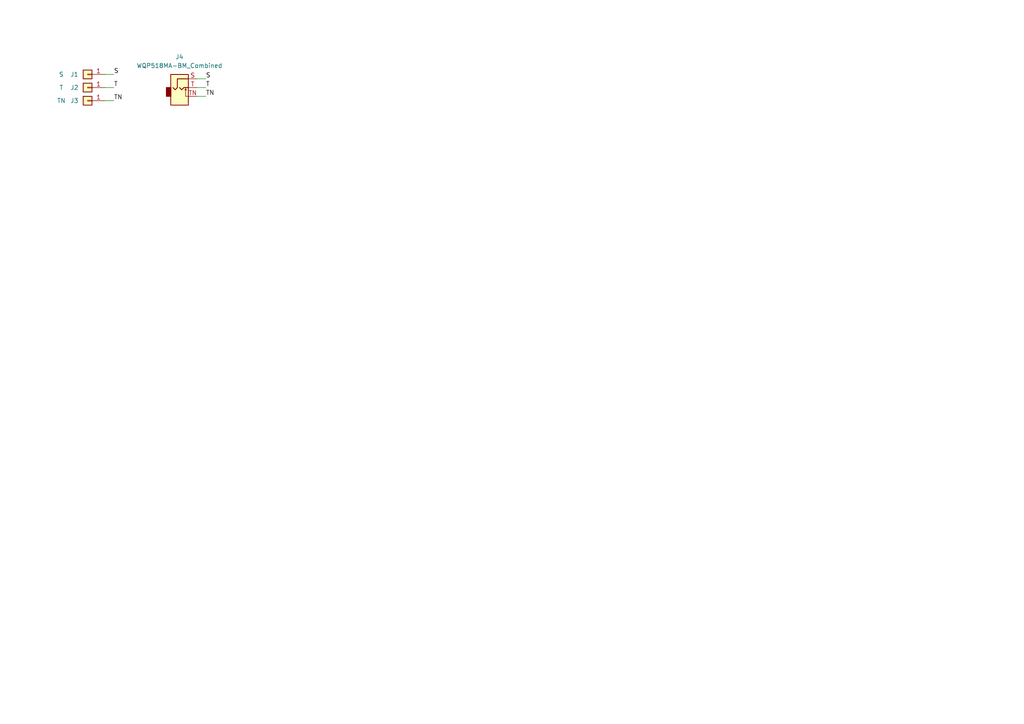
<source format=kicad_sch>
(kicad_sch (version 20230121) (generator eeschema)
  (paper "A4")
  (lib_symbols
    (symbol "Connector_Audio:AudioJack2_SwitchT"
      (property "Reference" "J" (at 0 8.89 0))
      (property "Value" "AudioJack2_SwitchT" (at 0 6.35 0))
      (symbol "AudioJack2_SwitchT_0_1"
        (rectangle (start -2.54 0) (end -3.81 -2.54) (stroke (width 0.254)) (fill (type outline)))
        (polyline (pts (xy 1.778 -0.254) (xy 2.032 -0.762)))
        (polyline (pts (xy 0 0) (xy 0.635 -0.635) (xy 1.27 0) (xy 2.54 0)) (stroke (width 0.254)))
        (polyline (pts (xy 2.54 -2.54) (xy 1.778 -2.54) (xy 1.778 -0.254) (xy 1.524 -0.762)))
        (polyline (pts (xy 2.54 2.54) (xy -0.635 2.54) (xy -0.635 0) (xy -1.27 -0.635) (xy -1.905 0)) (stroke (width 0.254)))
        (rectangle (start 2.54 3.81) (end -2.54 -5.08) (stroke (width 0.254)) (fill (type background)))
      )
      (symbol "AudioJack2_SwitchT_1_1"
        (pin passive line (at 5.08 2.54 180) (length 2.54) (name "~") (number "S"))
        (pin passive line (at 5.08 0 180) (length 2.54) (name "~") (number "T"))
        (pin passive line (at 5.08 -2.54 180) (length 2.54) (name "~") (number "TN"))
      )
    )
    (symbol "Connector_Generic:Conn_01x01" (pin_names (offset 1.016) hide)
      (property "Reference" "J" (at 0 2.54 0))
      (property "Value" "Conn_01x01" (at 0 -2.54 0))
      (symbol "Conn_01x01_1_1"
        (rectangle (start -1.27 0.127) (end 0 -0.127) (stroke (width 0.1524)))
        (rectangle (start -1.27 1.27) (end 1.27 -1.27) (stroke (width 0.254)) (fill (type background)))
        (pin passive line (at -5.08 0 0) (length 3.81) (name "Pin_1") (number "1"))
      )
    )
  )
  (wire (pts (xy 57.15 22.86) (xy 59.69 22.86)))
  (wire (pts (xy 33.02 21.59) (xy 30.48 21.59)))
  (wire (pts (xy 57.15 27.94) (xy 59.69 27.94)))
  (wire (pts (xy 33.02 29.21) (xy 30.48 29.21)))
  (wire (pts (xy 33.02 25.4) (xy 30.48 25.4)))
  (wire (pts (xy 57.15 25.4) (xy 59.69 25.4)))
  (label "TN" (at 33.02 29.21 0))
  (label "T" (at 33.02 25.4 0))
  (label "S" (at 33.02 21.59 0))
  (label "TN" (at 59.69 27.94 0))
  (label "T" (at 59.69 25.4 0))
  (label "S" (at 59.69 22.86 0))
  (symbol (lib_id "Connector_Generic:Conn_01x01") (at 25.4 25.4 0) (mirror y) (unit 1)
    (property "Reference" "J2" (at 21.59 25.4 0))
    (property "Value" "T" (at 17.78 25.4 0))
    (property "Footprint" "TestPoint:TestPoint_THTPad_2.0x2.0mm_Drill1.0mm" (effects hide))
  )
  (symbol (lib_id "Connector_Generic:Conn_01x01") (at 25.4 21.59 0) (mirror y) (unit 1)
    (property "Reference" "J1" (at 21.59 21.59 0))
    (property "Value" "S" (at 17.78 21.59 0))
    (property "Footprint" "TestPoint:TestPoint_THTPad_2.0x2.0mm_Drill1.0mm" (effects hide))
  )
  (symbol (lib_id "Connector_Audio:AudioJack2_SwitchT") (at 52.07 25.4 0) (unit 1)
    (property "Reference" "J4" (at 52.07 16.51 0))
    (property "Value" "WQP518MA-BM_Combined" (at 52.07 19.05 0))
    (property "Footprint" "Protorack:QingPu_WQP-WQP518MA-BM_Combined" (effects hide))
  )
  (symbol (lib_id "Connector_Generic:Conn_01x01") (at 25.4 29.21 0) (mirror y) (unit 1)
    (property "Reference" "J3" (at 21.59 29.21 0))
    (property "Value" "TN" (at 17.78 29.21 0))
    (property "Footprint" "TestPoint:TestPoint_THTPad_2.0x2.0mm_Drill1.0mm" (effects hide))
  )
)
</source>
